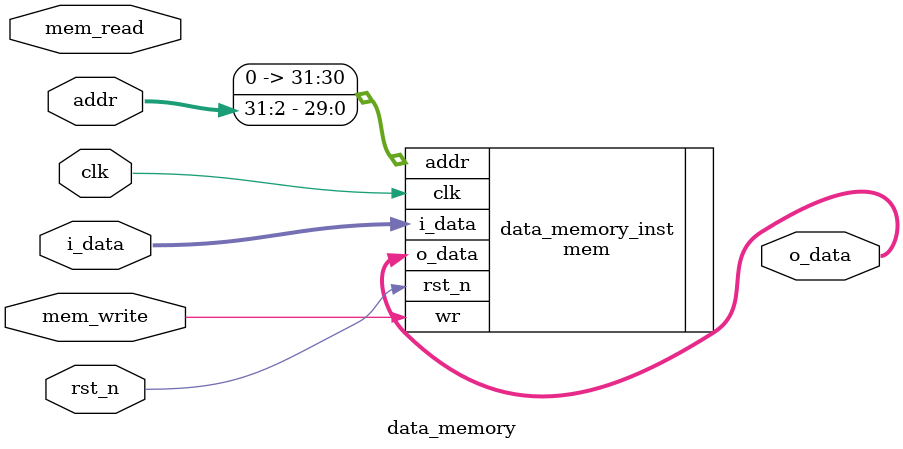
<source format=v>
module data_memory #(parameter DEPTH = 'd10) (
    input                 clk,
    input                 rst_n,
    input                 mem_read,
    input                 mem_write,
    input      [ 31 : 0 ] addr,
    input      [ 31 : 0 ] i_data,
    output     [ 31 : 0 ] o_data
);

    mem #(.DEPTH(DEPTH)) data_memory_inst (
        .clk    ( clk         ) ,
        .rst_n  ( rst_n       ) ,
        .wr     ( mem_write   ) ,
        .addr   ( addr >> 'd2 ) ,
        .i_data ( i_data      ) ,
        .o_data ( o_data      )
    );

endmodule
</source>
